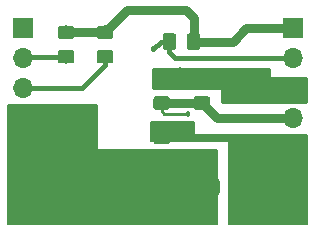
<source format=gbr>
G04 #@! TF.GenerationSoftware,KiCad,Pcbnew,5.1.4-e60b266~84~ubuntu18.04.1*
G04 #@! TF.CreationDate,2019-11-06T14:59:00-05:00*
G04 #@! TF.ProjectId,HRSensorDevBoard,48525365-6e73-46f7-9244-6576426f6172,rev?*
G04 #@! TF.SameCoordinates,Original*
G04 #@! TF.FileFunction,Copper,L2,Bot*
G04 #@! TF.FilePolarity,Positive*
%FSLAX46Y46*%
G04 Gerber Fmt 4.6, Leading zero omitted, Abs format (unit mm)*
G04 Created by KiCad (PCBNEW 5.1.4-e60b266~84~ubuntu18.04.1) date 2019-11-06 14:59:00*
%MOMM*%
%LPD*%
G04 APERTURE LIST*
%ADD10C,0.100000*%
%ADD11C,1.150000*%
%ADD12O,1.700000X1.700000*%
%ADD13R,1.700000X1.700000*%
%ADD14C,0.457200*%
%ADD15C,0.482600*%
%ADD16C,0.381000*%
%ADD17C,0.762000*%
%ADD18C,0.254000*%
%ADD19C,0.127000*%
G04 APERTURE END LIST*
D10*
G36*
X18519505Y2603796D02*
G01*
X18543773Y2600196D01*
X18567572Y2594235D01*
X18590671Y2585970D01*
X18612850Y2575480D01*
X18633893Y2562868D01*
X18653599Y2548253D01*
X18671777Y2531777D01*
X18688253Y2513599D01*
X18702868Y2493893D01*
X18715480Y2472850D01*
X18725970Y2450671D01*
X18734235Y2427572D01*
X18740196Y2403773D01*
X18743796Y2379505D01*
X18745000Y2355001D01*
X18745000Y1454999D01*
X18743796Y1430495D01*
X18740196Y1406227D01*
X18734235Y1382428D01*
X18725970Y1359329D01*
X18715480Y1337150D01*
X18702868Y1316107D01*
X18688253Y1296401D01*
X18671777Y1278223D01*
X18653599Y1261747D01*
X18633893Y1247132D01*
X18612850Y1234520D01*
X18590671Y1224030D01*
X18567572Y1215765D01*
X18543773Y1209804D01*
X18519505Y1206204D01*
X18495001Y1205000D01*
X17844999Y1205000D01*
X17820495Y1206204D01*
X17796227Y1209804D01*
X17772428Y1215765D01*
X17749329Y1224030D01*
X17727150Y1234520D01*
X17706107Y1247132D01*
X17686401Y1261747D01*
X17668223Y1278223D01*
X17651747Y1296401D01*
X17637132Y1316107D01*
X17624520Y1337150D01*
X17614030Y1359329D01*
X17605765Y1382428D01*
X17599804Y1406227D01*
X17596204Y1430495D01*
X17595000Y1454999D01*
X17595000Y2355001D01*
X17596204Y2379505D01*
X17599804Y2403773D01*
X17605765Y2427572D01*
X17614030Y2450671D01*
X17624520Y2472850D01*
X17637132Y2493893D01*
X17651747Y2513599D01*
X17668223Y2531777D01*
X17686401Y2548253D01*
X17706107Y2562868D01*
X17727150Y2575480D01*
X17749329Y2585970D01*
X17772428Y2594235D01*
X17796227Y2600196D01*
X17820495Y2603796D01*
X17844999Y2605000D01*
X18495001Y2605000D01*
X18519505Y2603796D01*
X18519505Y2603796D01*
G37*
D11*
X18170000Y1905000D03*
D10*
G36*
X16469505Y2603796D02*
G01*
X16493773Y2600196D01*
X16517572Y2594235D01*
X16540671Y2585970D01*
X16562850Y2575480D01*
X16583893Y2562868D01*
X16603599Y2548253D01*
X16621777Y2531777D01*
X16638253Y2513599D01*
X16652868Y2493893D01*
X16665480Y2472850D01*
X16675970Y2450671D01*
X16684235Y2427572D01*
X16690196Y2403773D01*
X16693796Y2379505D01*
X16695000Y2355001D01*
X16695000Y1454999D01*
X16693796Y1430495D01*
X16690196Y1406227D01*
X16684235Y1382428D01*
X16675970Y1359329D01*
X16665480Y1337150D01*
X16652868Y1316107D01*
X16638253Y1296401D01*
X16621777Y1278223D01*
X16603599Y1261747D01*
X16583893Y1247132D01*
X16562850Y1234520D01*
X16540671Y1224030D01*
X16517572Y1215765D01*
X16493773Y1209804D01*
X16469505Y1206204D01*
X16445001Y1205000D01*
X15794999Y1205000D01*
X15770495Y1206204D01*
X15746227Y1209804D01*
X15722428Y1215765D01*
X15699329Y1224030D01*
X15677150Y1234520D01*
X15656107Y1247132D01*
X15636401Y1261747D01*
X15618223Y1278223D01*
X15601747Y1296401D01*
X15587132Y1316107D01*
X15574520Y1337150D01*
X15564030Y1359329D01*
X15555765Y1382428D01*
X15549804Y1406227D01*
X15546204Y1430495D01*
X15545000Y1454999D01*
X15545000Y2355001D01*
X15546204Y2379505D01*
X15549804Y2403773D01*
X15555765Y2427572D01*
X15564030Y2450671D01*
X15574520Y2472850D01*
X15587132Y2493893D01*
X15601747Y2513599D01*
X15618223Y2531777D01*
X15636401Y2548253D01*
X15656107Y2562868D01*
X15677150Y2575480D01*
X15699329Y2585970D01*
X15722428Y2594235D01*
X15746227Y2600196D01*
X15770495Y2603796D01*
X15794999Y2605000D01*
X16445001Y2605000D01*
X16469505Y2603796D01*
X16469505Y2603796D01*
G37*
D11*
X16120000Y1905000D03*
D10*
G36*
X12260105Y6678796D02*
G01*
X12284373Y6675196D01*
X12308172Y6669235D01*
X12331271Y6660970D01*
X12353450Y6650480D01*
X12374493Y6637868D01*
X12394199Y6623253D01*
X12412377Y6606777D01*
X12428853Y6588599D01*
X12443468Y6568893D01*
X12456080Y6547850D01*
X12466570Y6525671D01*
X12474835Y6502572D01*
X12480796Y6478773D01*
X12484396Y6454505D01*
X12485600Y6430001D01*
X12485600Y5779999D01*
X12484396Y5755495D01*
X12480796Y5731227D01*
X12474835Y5707428D01*
X12466570Y5684329D01*
X12456080Y5662150D01*
X12443468Y5641107D01*
X12428853Y5621401D01*
X12412377Y5603223D01*
X12394199Y5586747D01*
X12374493Y5572132D01*
X12353450Y5559520D01*
X12331271Y5549030D01*
X12308172Y5540765D01*
X12284373Y5534804D01*
X12260105Y5531204D01*
X12235601Y5530000D01*
X11335599Y5530000D01*
X11311095Y5531204D01*
X11286827Y5534804D01*
X11263028Y5540765D01*
X11239929Y5549030D01*
X11217750Y5559520D01*
X11196707Y5572132D01*
X11177001Y5586747D01*
X11158823Y5603223D01*
X11142347Y5621401D01*
X11127732Y5641107D01*
X11115120Y5662150D01*
X11104630Y5684329D01*
X11096365Y5707428D01*
X11090404Y5731227D01*
X11086804Y5755495D01*
X11085600Y5779999D01*
X11085600Y6430001D01*
X11086804Y6454505D01*
X11090404Y6478773D01*
X11096365Y6502572D01*
X11104630Y6525671D01*
X11115120Y6547850D01*
X11127732Y6568893D01*
X11142347Y6588599D01*
X11158823Y6606777D01*
X11177001Y6623253D01*
X11196707Y6637868D01*
X11217750Y6650480D01*
X11239929Y6660970D01*
X11263028Y6669235D01*
X11286827Y6675196D01*
X11311095Y6678796D01*
X11335599Y6680000D01*
X12235601Y6680000D01*
X12260105Y6678796D01*
X12260105Y6678796D01*
G37*
D11*
X11785600Y6105000D03*
D10*
G36*
X12260105Y4628796D02*
G01*
X12284373Y4625196D01*
X12308172Y4619235D01*
X12331271Y4610970D01*
X12353450Y4600480D01*
X12374493Y4587868D01*
X12394199Y4573253D01*
X12412377Y4556777D01*
X12428853Y4538599D01*
X12443468Y4518893D01*
X12456080Y4497850D01*
X12466570Y4475671D01*
X12474835Y4452572D01*
X12480796Y4428773D01*
X12484396Y4404505D01*
X12485600Y4380001D01*
X12485600Y3729999D01*
X12484396Y3705495D01*
X12480796Y3681227D01*
X12474835Y3657428D01*
X12466570Y3634329D01*
X12456080Y3612150D01*
X12443468Y3591107D01*
X12428853Y3571401D01*
X12412377Y3553223D01*
X12394199Y3536747D01*
X12374493Y3522132D01*
X12353450Y3509520D01*
X12331271Y3499030D01*
X12308172Y3490765D01*
X12284373Y3484804D01*
X12260105Y3481204D01*
X12235601Y3480000D01*
X11335599Y3480000D01*
X11311095Y3481204D01*
X11286827Y3484804D01*
X11263028Y3490765D01*
X11239929Y3499030D01*
X11217750Y3509520D01*
X11196707Y3522132D01*
X11177001Y3536747D01*
X11158823Y3553223D01*
X11142347Y3571401D01*
X11127732Y3591107D01*
X11115120Y3612150D01*
X11104630Y3634329D01*
X11096365Y3657428D01*
X11090404Y3681227D01*
X11086804Y3705495D01*
X11085600Y3729999D01*
X11085600Y4380001D01*
X11086804Y4404505D01*
X11090404Y4428773D01*
X11096365Y4452572D01*
X11104630Y4475671D01*
X11115120Y4497850D01*
X11127732Y4518893D01*
X11142347Y4538599D01*
X11158823Y4556777D01*
X11177001Y4573253D01*
X11196707Y4587868D01*
X11217750Y4600480D01*
X11239929Y4610970D01*
X11263028Y4619235D01*
X11286827Y4625196D01*
X11311095Y4628796D01*
X11335599Y4630000D01*
X12235601Y4630000D01*
X12260105Y4628796D01*
X12260105Y4628796D01*
G37*
D11*
X11785600Y4055000D03*
D10*
G36*
X15663705Y11640796D02*
G01*
X15687973Y11637196D01*
X15711772Y11631235D01*
X15734871Y11622970D01*
X15757050Y11612480D01*
X15778093Y11599868D01*
X15797799Y11585253D01*
X15815977Y11568777D01*
X15832453Y11550599D01*
X15847068Y11530893D01*
X15859680Y11509850D01*
X15870170Y11487671D01*
X15878435Y11464572D01*
X15884396Y11440773D01*
X15887996Y11416505D01*
X15889200Y11392001D01*
X15889200Y10741999D01*
X15887996Y10717495D01*
X15884396Y10693227D01*
X15878435Y10669428D01*
X15870170Y10646329D01*
X15859680Y10624150D01*
X15847068Y10603107D01*
X15832453Y10583401D01*
X15815977Y10565223D01*
X15797799Y10548747D01*
X15778093Y10534132D01*
X15757050Y10521520D01*
X15734871Y10511030D01*
X15711772Y10502765D01*
X15687973Y10496804D01*
X15663705Y10493204D01*
X15639201Y10492000D01*
X14739199Y10492000D01*
X14714695Y10493204D01*
X14690427Y10496804D01*
X14666628Y10502765D01*
X14643529Y10511030D01*
X14621350Y10521520D01*
X14600307Y10534132D01*
X14580601Y10548747D01*
X14562423Y10565223D01*
X14545947Y10583401D01*
X14531332Y10603107D01*
X14518720Y10624150D01*
X14508230Y10646329D01*
X14499965Y10669428D01*
X14494004Y10693227D01*
X14490404Y10717495D01*
X14489200Y10741999D01*
X14489200Y11392001D01*
X14490404Y11416505D01*
X14494004Y11440773D01*
X14499965Y11464572D01*
X14508230Y11487671D01*
X14518720Y11509850D01*
X14531332Y11530893D01*
X14545947Y11550599D01*
X14562423Y11568777D01*
X14580601Y11585253D01*
X14600307Y11599868D01*
X14621350Y11612480D01*
X14643529Y11622970D01*
X14666628Y11631235D01*
X14690427Y11637196D01*
X14714695Y11640796D01*
X14739199Y11642000D01*
X15639201Y11642000D01*
X15663705Y11640796D01*
X15663705Y11640796D01*
G37*
D11*
X15189200Y11067000D03*
D10*
G36*
X15663705Y9590796D02*
G01*
X15687973Y9587196D01*
X15711772Y9581235D01*
X15734871Y9572970D01*
X15757050Y9562480D01*
X15778093Y9549868D01*
X15797799Y9535253D01*
X15815977Y9518777D01*
X15832453Y9500599D01*
X15847068Y9480893D01*
X15859680Y9459850D01*
X15870170Y9437671D01*
X15878435Y9414572D01*
X15884396Y9390773D01*
X15887996Y9366505D01*
X15889200Y9342001D01*
X15889200Y8691999D01*
X15887996Y8667495D01*
X15884396Y8643227D01*
X15878435Y8619428D01*
X15870170Y8596329D01*
X15859680Y8574150D01*
X15847068Y8553107D01*
X15832453Y8533401D01*
X15815977Y8515223D01*
X15797799Y8498747D01*
X15778093Y8484132D01*
X15757050Y8471520D01*
X15734871Y8461030D01*
X15711772Y8452765D01*
X15687973Y8446804D01*
X15663705Y8443204D01*
X15639201Y8442000D01*
X14739199Y8442000D01*
X14714695Y8443204D01*
X14690427Y8446804D01*
X14666628Y8452765D01*
X14643529Y8461030D01*
X14621350Y8471520D01*
X14600307Y8484132D01*
X14580601Y8498747D01*
X14562423Y8515223D01*
X14545947Y8533401D01*
X14531332Y8553107D01*
X14518720Y8574150D01*
X14508230Y8596329D01*
X14499965Y8619428D01*
X14494004Y8643227D01*
X14490404Y8667495D01*
X14489200Y8691999D01*
X14489200Y9342001D01*
X14490404Y9366505D01*
X14494004Y9390773D01*
X14499965Y9414572D01*
X14508230Y9437671D01*
X14518720Y9459850D01*
X14531332Y9480893D01*
X14545947Y9500599D01*
X14562423Y9518777D01*
X14580601Y9535253D01*
X14600307Y9549868D01*
X14621350Y9562480D01*
X14643529Y9572970D01*
X14666628Y9581235D01*
X14690427Y9587196D01*
X14714695Y9590796D01*
X14739199Y9592000D01*
X15639201Y9592000D01*
X15663705Y9590796D01*
X15663705Y9590796D01*
G37*
D11*
X15189200Y9017000D03*
D10*
G36*
X12260105Y11640796D02*
G01*
X12284373Y11637196D01*
X12308172Y11631235D01*
X12331271Y11622970D01*
X12353450Y11612480D01*
X12374493Y11599868D01*
X12394199Y11585253D01*
X12412377Y11568777D01*
X12428853Y11550599D01*
X12443468Y11530893D01*
X12456080Y11509850D01*
X12466570Y11487671D01*
X12474835Y11464572D01*
X12480796Y11440773D01*
X12484396Y11416505D01*
X12485600Y11392001D01*
X12485600Y10741999D01*
X12484396Y10717495D01*
X12480796Y10693227D01*
X12474835Y10669428D01*
X12466570Y10646329D01*
X12456080Y10624150D01*
X12443468Y10603107D01*
X12428853Y10583401D01*
X12412377Y10565223D01*
X12394199Y10548747D01*
X12374493Y10534132D01*
X12353450Y10521520D01*
X12331271Y10511030D01*
X12308172Y10502765D01*
X12284373Y10496804D01*
X12260105Y10493204D01*
X12235601Y10492000D01*
X11335599Y10492000D01*
X11311095Y10493204D01*
X11286827Y10496804D01*
X11263028Y10502765D01*
X11239929Y10511030D01*
X11217750Y10521520D01*
X11196707Y10534132D01*
X11177001Y10548747D01*
X11158823Y10565223D01*
X11142347Y10583401D01*
X11127732Y10603107D01*
X11115120Y10624150D01*
X11104630Y10646329D01*
X11096365Y10669428D01*
X11090404Y10693227D01*
X11086804Y10717495D01*
X11085600Y10741999D01*
X11085600Y11392001D01*
X11086804Y11416505D01*
X11090404Y11440773D01*
X11096365Y11464572D01*
X11104630Y11487671D01*
X11115120Y11509850D01*
X11127732Y11530893D01*
X11142347Y11550599D01*
X11158823Y11568777D01*
X11177001Y11585253D01*
X11196707Y11599868D01*
X11217750Y11612480D01*
X11239929Y11622970D01*
X11263028Y11631235D01*
X11286827Y11637196D01*
X11311095Y11640796D01*
X11335599Y11642000D01*
X12235601Y11642000D01*
X12260105Y11640796D01*
X12260105Y11640796D01*
G37*
D11*
X11785600Y11067000D03*
D10*
G36*
X12260105Y9590796D02*
G01*
X12284373Y9587196D01*
X12308172Y9581235D01*
X12331271Y9572970D01*
X12353450Y9562480D01*
X12374493Y9549868D01*
X12394199Y9535253D01*
X12412377Y9518777D01*
X12428853Y9500599D01*
X12443468Y9480893D01*
X12456080Y9459850D01*
X12466570Y9437671D01*
X12474835Y9414572D01*
X12480796Y9390773D01*
X12484396Y9366505D01*
X12485600Y9342001D01*
X12485600Y8691999D01*
X12484396Y8667495D01*
X12480796Y8643227D01*
X12474835Y8619428D01*
X12466570Y8596329D01*
X12456080Y8574150D01*
X12443468Y8553107D01*
X12428853Y8533401D01*
X12412377Y8515223D01*
X12394199Y8498747D01*
X12374493Y8484132D01*
X12353450Y8471520D01*
X12331271Y8461030D01*
X12308172Y8452765D01*
X12284373Y8446804D01*
X12260105Y8443204D01*
X12235601Y8442000D01*
X11335599Y8442000D01*
X11311095Y8443204D01*
X11286827Y8446804D01*
X11263028Y8452765D01*
X11239929Y8461030D01*
X11217750Y8471520D01*
X11196707Y8484132D01*
X11177001Y8498747D01*
X11158823Y8515223D01*
X11142347Y8533401D01*
X11127732Y8553107D01*
X11115120Y8574150D01*
X11104630Y8596329D01*
X11096365Y8619428D01*
X11090404Y8643227D01*
X11086804Y8667495D01*
X11085600Y8691999D01*
X11085600Y9342001D01*
X11086804Y9366505D01*
X11090404Y9390773D01*
X11096365Y9414572D01*
X11104630Y9437671D01*
X11115120Y9459850D01*
X11127732Y9480893D01*
X11142347Y9500599D01*
X11158823Y9518777D01*
X11177001Y9535253D01*
X11196707Y9549868D01*
X11217750Y9562480D01*
X11239929Y9572970D01*
X11263028Y9581235D01*
X11286827Y9587196D01*
X11311095Y9590796D01*
X11335599Y9592000D01*
X12235601Y9592000D01*
X12260105Y9590796D01*
X12260105Y9590796D01*
G37*
D11*
X11785600Y9017000D03*
D12*
X0Y150000D03*
X0Y2690000D03*
X0Y5230000D03*
X0Y7770000D03*
X0Y10310000D03*
X0Y12850000D03*
D13*
X0Y15390000D03*
X22860000Y15390000D03*
D12*
X22860000Y12850000D03*
X22860000Y10310000D03*
X22860000Y7770000D03*
X22860000Y5230000D03*
X22860000Y2690000D03*
X22860000Y150000D03*
D10*
G36*
X7459505Y15568796D02*
G01*
X7483773Y15565196D01*
X7507572Y15559235D01*
X7530671Y15550970D01*
X7552850Y15540480D01*
X7573893Y15527868D01*
X7593599Y15513253D01*
X7611777Y15496777D01*
X7628253Y15478599D01*
X7642868Y15458893D01*
X7655480Y15437850D01*
X7665970Y15415671D01*
X7674235Y15392572D01*
X7680196Y15368773D01*
X7683796Y15344505D01*
X7685000Y15320001D01*
X7685000Y14669999D01*
X7683796Y14645495D01*
X7680196Y14621227D01*
X7674235Y14597428D01*
X7665970Y14574329D01*
X7655480Y14552150D01*
X7642868Y14531107D01*
X7628253Y14511401D01*
X7611777Y14493223D01*
X7593599Y14476747D01*
X7573893Y14462132D01*
X7552850Y14449520D01*
X7530671Y14439030D01*
X7507572Y14430765D01*
X7483773Y14424804D01*
X7459505Y14421204D01*
X7435001Y14420000D01*
X6534999Y14420000D01*
X6510495Y14421204D01*
X6486227Y14424804D01*
X6462428Y14430765D01*
X6439329Y14439030D01*
X6417150Y14449520D01*
X6396107Y14462132D01*
X6376401Y14476747D01*
X6358223Y14493223D01*
X6341747Y14511401D01*
X6327132Y14531107D01*
X6314520Y14552150D01*
X6304030Y14574329D01*
X6295765Y14597428D01*
X6289804Y14621227D01*
X6286204Y14645495D01*
X6285000Y14669999D01*
X6285000Y15320001D01*
X6286204Y15344505D01*
X6289804Y15368773D01*
X6295765Y15392572D01*
X6304030Y15415671D01*
X6314520Y15437850D01*
X6327132Y15458893D01*
X6341747Y15478599D01*
X6358223Y15496777D01*
X6376401Y15513253D01*
X6396107Y15527868D01*
X6417150Y15540480D01*
X6439329Y15550970D01*
X6462428Y15559235D01*
X6486227Y15565196D01*
X6510495Y15568796D01*
X6534999Y15570000D01*
X7435001Y15570000D01*
X7459505Y15568796D01*
X7459505Y15568796D01*
G37*
D11*
X6985000Y14995000D03*
D10*
G36*
X7459505Y13518796D02*
G01*
X7483773Y13515196D01*
X7507572Y13509235D01*
X7530671Y13500970D01*
X7552850Y13490480D01*
X7573893Y13477868D01*
X7593599Y13463253D01*
X7611777Y13446777D01*
X7628253Y13428599D01*
X7642868Y13408893D01*
X7655480Y13387850D01*
X7665970Y13365671D01*
X7674235Y13342572D01*
X7680196Y13318773D01*
X7683796Y13294505D01*
X7685000Y13270001D01*
X7685000Y12619999D01*
X7683796Y12595495D01*
X7680196Y12571227D01*
X7674235Y12547428D01*
X7665970Y12524329D01*
X7655480Y12502150D01*
X7642868Y12481107D01*
X7628253Y12461401D01*
X7611777Y12443223D01*
X7593599Y12426747D01*
X7573893Y12412132D01*
X7552850Y12399520D01*
X7530671Y12389030D01*
X7507572Y12380765D01*
X7483773Y12374804D01*
X7459505Y12371204D01*
X7435001Y12370000D01*
X6534999Y12370000D01*
X6510495Y12371204D01*
X6486227Y12374804D01*
X6462428Y12380765D01*
X6439329Y12389030D01*
X6417150Y12399520D01*
X6396107Y12412132D01*
X6376401Y12426747D01*
X6358223Y12443223D01*
X6341747Y12461401D01*
X6327132Y12481107D01*
X6314520Y12502150D01*
X6304030Y12524329D01*
X6295765Y12547428D01*
X6289804Y12571227D01*
X6286204Y12595495D01*
X6285000Y12619999D01*
X6285000Y13270001D01*
X6286204Y13294505D01*
X6289804Y13318773D01*
X6295765Y13342572D01*
X6304030Y13365671D01*
X6314520Y13387850D01*
X6327132Y13408893D01*
X6341747Y13428599D01*
X6358223Y13446777D01*
X6376401Y13463253D01*
X6396107Y13477868D01*
X6417150Y13490480D01*
X6439329Y13500970D01*
X6462428Y13509235D01*
X6486227Y13515196D01*
X6510495Y13518796D01*
X6534999Y13520000D01*
X7435001Y13520000D01*
X7459505Y13518796D01*
X7459505Y13518796D01*
G37*
D11*
X6985000Y12945000D03*
D10*
G36*
X4157505Y13514796D02*
G01*
X4181773Y13511196D01*
X4205572Y13505235D01*
X4228671Y13496970D01*
X4250850Y13486480D01*
X4271893Y13473868D01*
X4291599Y13459253D01*
X4309777Y13442777D01*
X4326253Y13424599D01*
X4340868Y13404893D01*
X4353480Y13383850D01*
X4363970Y13361671D01*
X4372235Y13338572D01*
X4378196Y13314773D01*
X4381796Y13290505D01*
X4383000Y13266001D01*
X4383000Y12615999D01*
X4381796Y12591495D01*
X4378196Y12567227D01*
X4372235Y12543428D01*
X4363970Y12520329D01*
X4353480Y12498150D01*
X4340868Y12477107D01*
X4326253Y12457401D01*
X4309777Y12439223D01*
X4291599Y12422747D01*
X4271893Y12408132D01*
X4250850Y12395520D01*
X4228671Y12385030D01*
X4205572Y12376765D01*
X4181773Y12370804D01*
X4157505Y12367204D01*
X4133001Y12366000D01*
X3232999Y12366000D01*
X3208495Y12367204D01*
X3184227Y12370804D01*
X3160428Y12376765D01*
X3137329Y12385030D01*
X3115150Y12395520D01*
X3094107Y12408132D01*
X3074401Y12422747D01*
X3056223Y12439223D01*
X3039747Y12457401D01*
X3025132Y12477107D01*
X3012520Y12498150D01*
X3002030Y12520329D01*
X2993765Y12543428D01*
X2987804Y12567227D01*
X2984204Y12591495D01*
X2983000Y12615999D01*
X2983000Y13266001D01*
X2984204Y13290505D01*
X2987804Y13314773D01*
X2993765Y13338572D01*
X3002030Y13361671D01*
X3012520Y13383850D01*
X3025132Y13404893D01*
X3039747Y13424599D01*
X3056223Y13442777D01*
X3074401Y13459253D01*
X3094107Y13473868D01*
X3115150Y13486480D01*
X3137329Y13496970D01*
X3160428Y13505235D01*
X3184227Y13511196D01*
X3208495Y13514796D01*
X3232999Y13516000D01*
X4133001Y13516000D01*
X4157505Y13514796D01*
X4157505Y13514796D01*
G37*
D11*
X3683000Y12941000D03*
D10*
G36*
X4157505Y15564796D02*
G01*
X4181773Y15561196D01*
X4205572Y15555235D01*
X4228671Y15546970D01*
X4250850Y15536480D01*
X4271893Y15523868D01*
X4291599Y15509253D01*
X4309777Y15492777D01*
X4326253Y15474599D01*
X4340868Y15454893D01*
X4353480Y15433850D01*
X4363970Y15411671D01*
X4372235Y15388572D01*
X4378196Y15364773D01*
X4381796Y15340505D01*
X4383000Y15316001D01*
X4383000Y14665999D01*
X4381796Y14641495D01*
X4378196Y14617227D01*
X4372235Y14593428D01*
X4363970Y14570329D01*
X4353480Y14548150D01*
X4340868Y14527107D01*
X4326253Y14507401D01*
X4309777Y14489223D01*
X4291599Y14472747D01*
X4271893Y14458132D01*
X4250850Y14445520D01*
X4228671Y14435030D01*
X4205572Y14426765D01*
X4181773Y14420804D01*
X4157505Y14417204D01*
X4133001Y14416000D01*
X3232999Y14416000D01*
X3208495Y14417204D01*
X3184227Y14420804D01*
X3160428Y14426765D01*
X3137329Y14435030D01*
X3115150Y14445520D01*
X3094107Y14458132D01*
X3074401Y14472747D01*
X3056223Y14489223D01*
X3039747Y14507401D01*
X3025132Y14527107D01*
X3012520Y14548150D01*
X3002030Y14570329D01*
X2993765Y14593428D01*
X2987804Y14617227D01*
X2984204Y14641495D01*
X2983000Y14665999D01*
X2983000Y15316001D01*
X2984204Y15340505D01*
X2987804Y15364773D01*
X2993765Y15388572D01*
X3002030Y15411671D01*
X3012520Y15433850D01*
X3025132Y15454893D01*
X3039747Y15474599D01*
X3056223Y15492777D01*
X3074401Y15509253D01*
X3094107Y15523868D01*
X3115150Y15536480D01*
X3137329Y15546970D01*
X3160428Y15555235D01*
X3184227Y15561196D01*
X3208495Y15564796D01*
X3232999Y15566000D01*
X4133001Y15566000D01*
X4157505Y15564796D01*
X4157505Y15564796D01*
G37*
D11*
X3683000Y14991000D03*
D10*
G36*
X14836505Y14922796D02*
G01*
X14860773Y14919196D01*
X14884572Y14913235D01*
X14907671Y14904970D01*
X14929850Y14894480D01*
X14950893Y14881868D01*
X14970599Y14867253D01*
X14988777Y14850777D01*
X15005253Y14832599D01*
X15019868Y14812893D01*
X15032480Y14791850D01*
X15042970Y14769671D01*
X15051235Y14746572D01*
X15057196Y14722773D01*
X15060796Y14698505D01*
X15062000Y14674001D01*
X15062000Y13773999D01*
X15060796Y13749495D01*
X15057196Y13725227D01*
X15051235Y13701428D01*
X15042970Y13678329D01*
X15032480Y13656150D01*
X15019868Y13635107D01*
X15005253Y13615401D01*
X14988777Y13597223D01*
X14970599Y13580747D01*
X14950893Y13566132D01*
X14929850Y13553520D01*
X14907671Y13543030D01*
X14884572Y13534765D01*
X14860773Y13528804D01*
X14836505Y13525204D01*
X14812001Y13524000D01*
X14161999Y13524000D01*
X14137495Y13525204D01*
X14113227Y13528804D01*
X14089428Y13534765D01*
X14066329Y13543030D01*
X14044150Y13553520D01*
X14023107Y13566132D01*
X14003401Y13580747D01*
X13985223Y13597223D01*
X13968747Y13615401D01*
X13954132Y13635107D01*
X13941520Y13656150D01*
X13931030Y13678329D01*
X13922765Y13701428D01*
X13916804Y13725227D01*
X13913204Y13749495D01*
X13912000Y13773999D01*
X13912000Y14674001D01*
X13913204Y14698505D01*
X13916804Y14722773D01*
X13922765Y14746572D01*
X13931030Y14769671D01*
X13941520Y14791850D01*
X13954132Y14812893D01*
X13968747Y14832599D01*
X13985223Y14850777D01*
X14003401Y14867253D01*
X14023107Y14881868D01*
X14044150Y14894480D01*
X14066329Y14904970D01*
X14089428Y14913235D01*
X14113227Y14919196D01*
X14137495Y14922796D01*
X14161999Y14924000D01*
X14812001Y14924000D01*
X14836505Y14922796D01*
X14836505Y14922796D01*
G37*
D11*
X14487000Y14224000D03*
D10*
G36*
X12786505Y14922796D02*
G01*
X12810773Y14919196D01*
X12834572Y14913235D01*
X12857671Y14904970D01*
X12879850Y14894480D01*
X12900893Y14881868D01*
X12920599Y14867253D01*
X12938777Y14850777D01*
X12955253Y14832599D01*
X12969868Y14812893D01*
X12982480Y14791850D01*
X12992970Y14769671D01*
X13001235Y14746572D01*
X13007196Y14722773D01*
X13010796Y14698505D01*
X13012000Y14674001D01*
X13012000Y13773999D01*
X13010796Y13749495D01*
X13007196Y13725227D01*
X13001235Y13701428D01*
X12992970Y13678329D01*
X12982480Y13656150D01*
X12969868Y13635107D01*
X12955253Y13615401D01*
X12938777Y13597223D01*
X12920599Y13580747D01*
X12900893Y13566132D01*
X12879850Y13553520D01*
X12857671Y13543030D01*
X12834572Y13534765D01*
X12810773Y13528804D01*
X12786505Y13525204D01*
X12762001Y13524000D01*
X12111999Y13524000D01*
X12087495Y13525204D01*
X12063227Y13528804D01*
X12039428Y13534765D01*
X12016329Y13543030D01*
X11994150Y13553520D01*
X11973107Y13566132D01*
X11953401Y13580747D01*
X11935223Y13597223D01*
X11918747Y13615401D01*
X11904132Y13635107D01*
X11891520Y13656150D01*
X11881030Y13678329D01*
X11872765Y13701428D01*
X11866804Y13725227D01*
X11863204Y13749495D01*
X11862000Y13773999D01*
X11862000Y14674001D01*
X11863204Y14698505D01*
X11866804Y14722773D01*
X11872765Y14746572D01*
X11881030Y14769671D01*
X11891520Y14791850D01*
X11904132Y14812893D01*
X11918747Y14832599D01*
X11935223Y14850777D01*
X11953401Y14867253D01*
X11973107Y14881868D01*
X11994150Y14894480D01*
X12016329Y14904970D01*
X12039428Y14913235D01*
X12063227Y14919196D01*
X12087495Y14922796D01*
X12111999Y14924000D01*
X12762001Y14924000D01*
X12786505Y14922796D01*
X12786505Y14922796D01*
G37*
D11*
X12437000Y14224000D03*
D14*
X11963400Y7264400D03*
X2540000Y7620000D03*
X3810000Y7620000D03*
X5080000Y7620000D03*
X5715000Y6350000D03*
X5715000Y5080000D03*
X5715000Y3810000D03*
X6985000Y3810000D03*
X8255000Y3810000D03*
X9525000Y3810000D03*
X13970000Y3810000D03*
X15240000Y3810000D03*
D15*
X13335000Y11811000D03*
D14*
X13335000Y11176000D03*
X17018000Y11430000D03*
X18034000Y11430000D03*
X19050000Y11430000D03*
X20066000Y11430000D03*
X17018000Y10414000D03*
X18034000Y10414000D03*
X19050000Y10414000D03*
X20066000Y10414000D03*
X17018000Y9398000D03*
X18034000Y9398000D03*
X19050000Y9398000D03*
X20066000Y9398000D03*
X13970000Y8128000D03*
X11049000Y13589000D03*
D16*
X11785600Y6105000D02*
X11785600Y7086600D01*
X11785600Y7086600D02*
X11963400Y7264400D01*
D17*
X16436200Y7770000D02*
X15189200Y9017000D01*
X22860000Y7770000D02*
X16436200Y7770000D01*
X15189200Y9017000D02*
X11785600Y9017000D01*
X8881000Y16891000D02*
X13843000Y16891000D01*
X14487000Y16247000D02*
X14487000Y14224000D01*
X13843000Y16891000D02*
X14487000Y16247000D01*
X14487000Y14224000D02*
X17780000Y14224000D01*
X18946000Y15390000D02*
X22860000Y15390000D01*
X17780000Y14224000D02*
X18946000Y15390000D01*
X6981000Y14991000D02*
X6985000Y14995000D01*
X6985000Y14995000D02*
X8881000Y16891000D01*
X3683000Y14991000D02*
X6981000Y14991000D01*
D18*
X11785600Y8342000D02*
X11999600Y8128000D01*
X11785600Y9017000D02*
X11785600Y8342000D01*
X11999600Y8128000D02*
X13970000Y8128000D01*
D16*
X6985000Y12945000D02*
X6985000Y12270000D01*
X5025000Y10310000D02*
X1202081Y10310000D01*
X1202081Y10310000D02*
X0Y10310000D01*
X6985000Y12270000D02*
X5025000Y10310000D01*
X91000Y12941000D02*
X0Y12850000D01*
X3683000Y12941000D02*
X91000Y12941000D01*
X12437000Y13344000D02*
X12437000Y14224000D01*
X22860000Y12850000D02*
X12931000Y12850000D01*
X12931000Y12850000D02*
X12437000Y13344000D01*
X12437000Y14224000D02*
X11684000Y14224000D01*
X11684000Y14224000D02*
X11049000Y13589000D01*
D18*
G36*
X20828000Y11303000D02*
G01*
X20830440Y11278224D01*
X20837667Y11254399D01*
X20849403Y11232443D01*
X20865197Y11213197D01*
X20884443Y11197403D01*
X20906399Y11185667D01*
X20930224Y11178440D01*
X20955000Y11176000D01*
X24003000Y11176000D01*
X24003000Y9144000D01*
X16891000Y9144000D01*
X16891000Y10160000D01*
X16888560Y10184776D01*
X16881333Y10208601D01*
X16869597Y10230557D01*
X16853803Y10249803D01*
X16834557Y10265597D01*
X16812601Y10277333D01*
X16788776Y10284560D01*
X16764000Y10287000D01*
X11049000Y10287000D01*
X11049000Y11938000D01*
X20828000Y11938000D01*
X20828000Y11303000D01*
X20828000Y11303000D01*
G37*
X20828000Y11303000D02*
X20830440Y11278224D01*
X20837667Y11254399D01*
X20849403Y11232443D01*
X20865197Y11213197D01*
X20884443Y11197403D01*
X20906399Y11185667D01*
X20930224Y11178440D01*
X20955000Y11176000D01*
X24003000Y11176000D01*
X24003000Y9144000D01*
X16891000Y9144000D01*
X16891000Y10160000D01*
X16888560Y10184776D01*
X16881333Y10208601D01*
X16869597Y10230557D01*
X16853803Y10249803D01*
X16834557Y10265597D01*
X16812601Y10277333D01*
X16788776Y10284560D01*
X16764000Y10287000D01*
X11049000Y10287000D01*
X11049000Y11938000D01*
X20828000Y11938000D01*
X20828000Y11303000D01*
D19*
G36*
X6286500Y5080000D02*
G01*
X6287720Y5067612D01*
X6291334Y5055700D01*
X6297202Y5044721D01*
X6305099Y5035099D01*
X6314721Y5027202D01*
X6325700Y5021334D01*
X6337612Y5017720D01*
X6350000Y5016500D01*
X16446500Y5016500D01*
X16446500Y-1206500D01*
X-1206500Y-1206500D01*
X-1206500Y8826500D01*
X6286500Y8826500D01*
X6286500Y5080000D01*
X6286500Y5080000D01*
G37*
X6286500Y5080000D02*
X6287720Y5067612D01*
X6291334Y5055700D01*
X6297202Y5044721D01*
X6305099Y5035099D01*
X6314721Y5027202D01*
X6325700Y5021334D01*
X6337612Y5017720D01*
X6350000Y5016500D01*
X16446500Y5016500D01*
X16446500Y-1206500D01*
X-1206500Y-1206500D01*
X-1206500Y8826500D01*
X6286500Y8826500D01*
X6286500Y5080000D01*
G36*
X14541500Y6350000D02*
G01*
X14542720Y6337612D01*
X14546334Y6325700D01*
X14552202Y6314721D01*
X14560099Y6305099D01*
X14569721Y6297202D01*
X14580700Y6291334D01*
X14592612Y6287720D01*
X14605000Y6286500D01*
X24066500Y6286500D01*
X24066500Y-1206500D01*
X17462500Y-1206500D01*
X17462500Y5715000D01*
X17461280Y5727388D01*
X17457666Y5739300D01*
X17451798Y5750279D01*
X17443901Y5759901D01*
X17434279Y5767798D01*
X17423300Y5773666D01*
X17411388Y5777280D01*
X17399000Y5778500D01*
X10858500Y5778500D01*
X10858500Y7429500D01*
X14541500Y7429500D01*
X14541500Y6350000D01*
X14541500Y6350000D01*
G37*
X14541500Y6350000D02*
X14542720Y6337612D01*
X14546334Y6325700D01*
X14552202Y6314721D01*
X14560099Y6305099D01*
X14569721Y6297202D01*
X14580700Y6291334D01*
X14592612Y6287720D01*
X14605000Y6286500D01*
X24066500Y6286500D01*
X24066500Y-1206500D01*
X17462500Y-1206500D01*
X17462500Y5715000D01*
X17461280Y5727388D01*
X17457666Y5739300D01*
X17451798Y5750279D01*
X17443901Y5759901D01*
X17434279Y5767798D01*
X17423300Y5773666D01*
X17411388Y5777280D01*
X17399000Y5778500D01*
X10858500Y5778500D01*
X10858500Y7429500D01*
X14541500Y7429500D01*
X14541500Y6350000D01*
M02*

</source>
